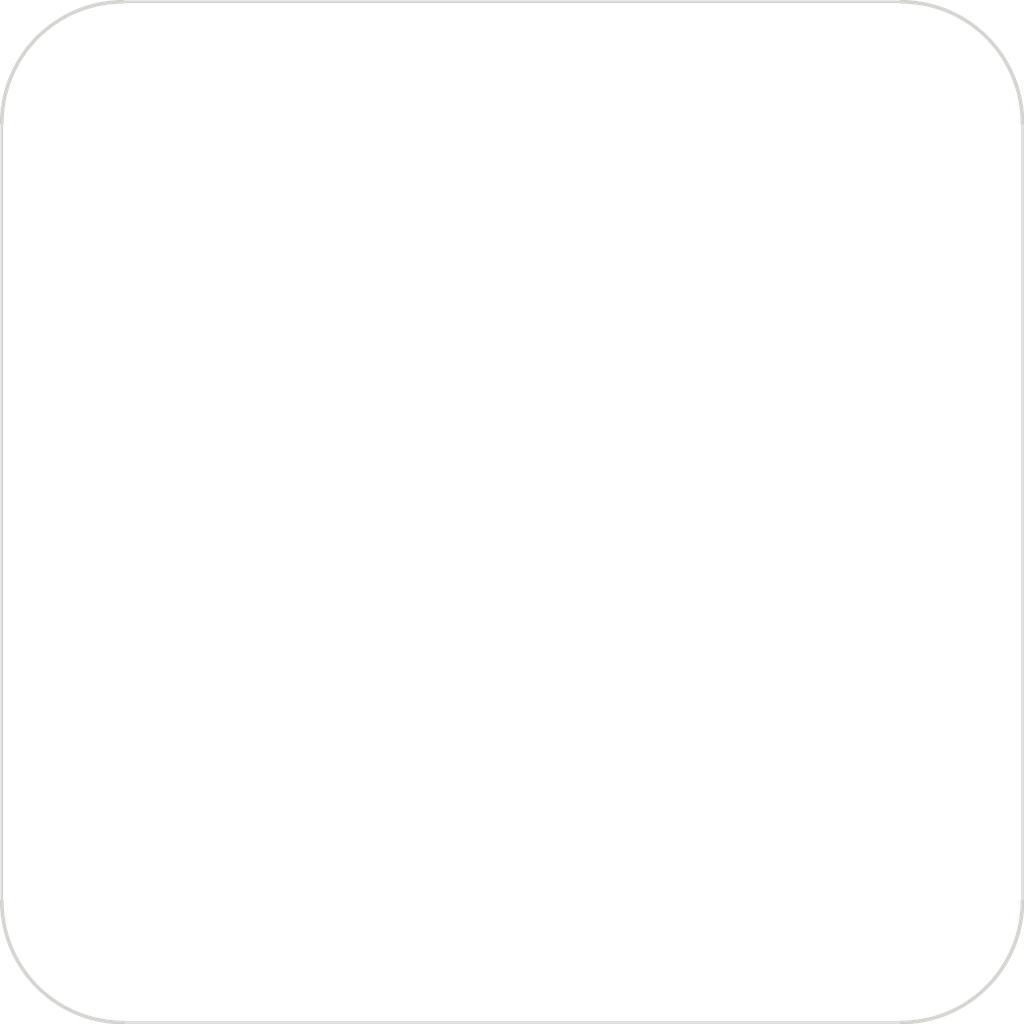
<source format=kicad_pcb>
(kicad_pcb (version 20211014) (generator pcbnew)
  (layers (0 "F.Cu" signal) (31 "B.Cu" signal) (34 "B.Paste" user) (35 "F.Paste" user) (36 "B.SilkS" user "B.Silkscreen") (37 "F.SilkS" user "F.Silkscreen") (38 "B.Mask" user) (39 "F.Mask" user) (44 "Edge.Cuts" user))
  (net 0 "")
  (footprint "footprint-lib:MountingHole_3.1mm_M3,rpi_like" (layer "F.Cu") (at 45.5 25.5)
    (fp_text reference "H4" hide)
    (fp_text value "MountingHole")
    (pad "" np_thru_hole circle locked (at 0 0) (size 3.1 3.1) (drill 3.1) (layers *.Cu *.Mask) (clearance 1.5))
  )
  (footprint "footprint-lib:MountingHole_3.1mm_M3,rpi_like" (layer "F.Cu") (at 76.5 56.5)
    (fp_text reference "H3" hide)
    (fp_text value "MountingHole")
    (pad "" np_thru_hole circle locked (at 0 0) (size 3.1 3.1) (drill 3.1) (layers *.Cu *.Mask) (clearance 1.5))
  )
  (footprint "footprint-lib:MountingHole_3.1mm_M3,rpi_like" (layer "F.Cu") (at 45.5 56.5)
    (fp_text reference "H2" hide)
    (fp_text value "MountingHole")
    (pad "" np_thru_hole circle locked (at 0 0) (size 3.1 3.1) (drill 3.1) (layers *.Cu *.Mask) (clearance 1.5))
  )
  (footprint "footprint-lib:MountingHole_3.1mm_M3,rpi_like" (layer "F.Cu") (at 76.5 25.5)
    (fp_text reference "H1" hide)
    (fp_text value "MountingHole")
    (pad "" np_thru_hole circle locked (at 0 0) (size 3.1 3.1) (drill 3.1) (layers *.Cu *.Mask) (clearance 1.5))
  )
  (gr_line (start 82 57) (end 82 25) (layer "Edge.Cuts") (width 0.1))
  (gr_arc (start 77 20) (mid 80.535533 21.464466) (end 82 25) (layer "Edge.Cuts") (width 0.15))
  (gr_arc (start 82 57) (mid 80.535534 60.535533) (end 77 62) (layer "Edge.Cuts") (width 0.15))
  (gr_arc (start 45 62) (mid 41.464467 60.535534) (end 40 57) (layer "Edge.Cuts") (width 0.15))
  (gr_line (start 45 62) (end 77 62) (layer "Edge.Cuts") (width 0.1))
  (gr_line (start 45.000003 19.999997) (end 77 20) (layer "Edge.Cuts") (width 0.1))
  (gr_arc (start 40.000003 24.999997) (mid 41.464469 21.464464) (end 45.000003 19.999997) (layer "Edge.Cuts") (width 0.15))
  (gr_line (start 40.000003 24.999997) (end 40 57) (layer "Edge.Cuts") (width 0.1))
)
</source>
